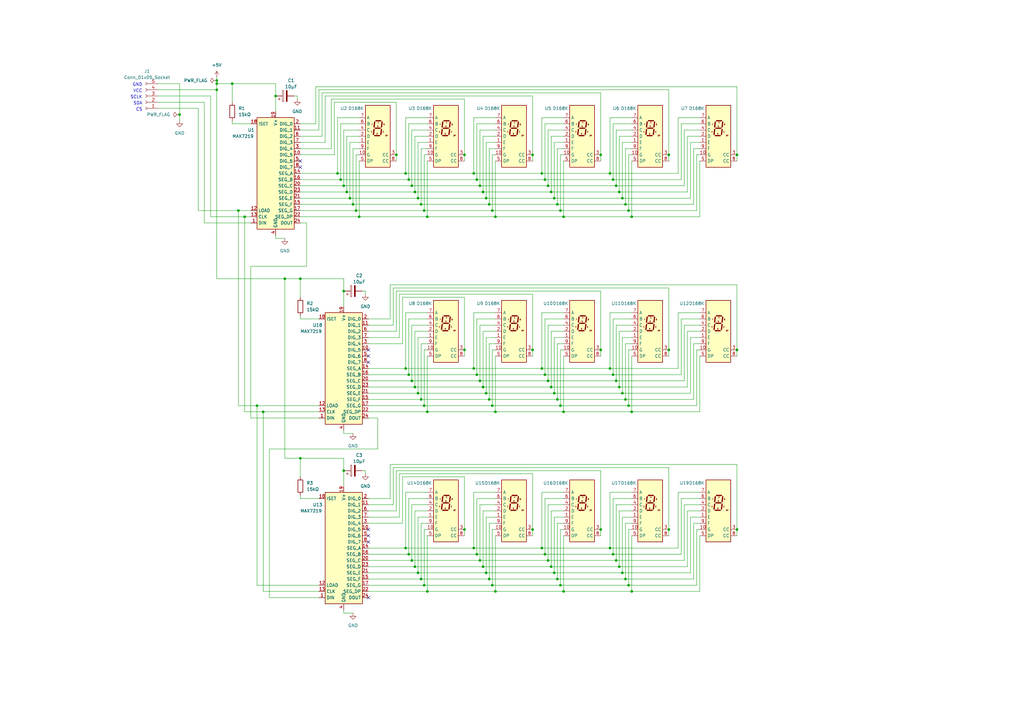
<source format=kicad_sch>
(kicad_sch (version 20230121) (generator eeschema)
  (paper "A3")
  (title_block (title "HTP!m CONTROL Numericals") (date "2023-10-08") (rev "1") (company "shawnd.xyz") (comment 2 "all the 7-segment displays and their data.") (comment 3 "The HTP!m CONTROL Numericals is a section of the HTP!m CONTROL display that handles"))
  (lib_symbols
    (symbol "Connector:Conn_01x05_Socket" (pin_names (offset 1.016) hide)
      (property "Reference" "J" (at 0 7.62 0))
      (property "Value" "Conn_01x05_Socket" (at 0 -7.62 0))
      (symbol "Conn_01x05_Socket_1_1"
        (arc (start 0 -4.572) (mid -0.5058 -5.08) (end 0 -5.588) (stroke (width 0.1524)))
        (arc (start 0 -2.032) (mid -0.5058 -2.54) (end 0 -3.048) (stroke (width 0.1524)))
        (polyline (pts (xy -1.27 -5.08) (xy -0.508 -5.08)) (stroke (width 0.1524)))
        (polyline (pts (xy -1.27 -2.54) (xy -0.508 -2.54)) (stroke (width 0.1524)))
        (polyline (pts (xy -1.27 0) (xy -0.508 0)) (stroke (width 0.1524)))
        (polyline (pts (xy -1.27 2.54) (xy -0.508 2.54)) (stroke (width 0.1524)))
        (polyline (pts (xy -1.27 5.08) (xy -0.508 5.08)) (stroke (width 0.1524)))
        (arc (start 0 0.508) (mid -0.5058 0) (end 0 -0.508) (stroke (width 0.1524)))
        (arc (start 0 3.048) (mid -0.5058 2.54) (end 0 2.032) (stroke (width 0.1524)))
        (arc (start 0 5.588) (mid -0.5058 5.08) (end 0 4.572) (stroke (width 0.1524)))
        (pin passive line (at -5.08 5.08 0) (length 3.81) (name "Pin_1") (number "1"))
        (pin passive line (at -5.08 2.54 0) (length 3.81) (name "Pin_2") (number "2"))
        (pin passive line (at -5.08 0 0) (length 3.81) (name "Pin_3") (number "3"))
        (pin passive line (at -5.08 -2.54 0) (length 3.81) (name "Pin_4") (number "4"))
        (pin passive line (at -5.08 -5.08 0) (length 3.81) (name "Pin_5") (number "5"))
      )
    )
    (symbol "Device:C_Polarized" (pin_numbers hide) (pin_names (offset 0.254))
      (property "Reference" "C" (at 0.635 2.54 0))
      (property "Value" "C_Polarized" (at 0.635 -2.54 0))
      (symbol "C_Polarized_0_1"
        (rectangle (start -2.286 0.508) (end 2.286 1.016))
        (polyline (pts (xy -1.778 2.286) (xy -0.762 2.286)))
        (polyline (pts (xy -1.27 2.794) (xy -1.27 1.778)))
        (rectangle (start 2.286 -0.508) (end -2.286 -1.016) (fill (type outline)))
      )
      (symbol "C_Polarized_1_1"
        (pin passive line (at 0 3.81 270) (length 2.794) (name "~") (number "1"))
        (pin passive line (at 0 -3.81 90) (length 2.794) (name "~") (number "2"))
      )
    )
    (symbol "Device:R" (pin_numbers hide) (pin_names (offset 0))
      (property "Reference" "R" (at 2.032 0 90))
      (property "Value" "R" (at 0 0 90))
      (symbol "R_0_1"
        (rectangle (start -1.016 -2.54) (end 1.016 2.54) (stroke (width 0.254)))
      )
      (symbol "R_1_1"
        (pin passive line (at 0 3.81 270) (length 1.27) (name "~") (number "1"))
        (pin passive line (at 0 -3.81 90) (length 1.27) (name "~") (number "2"))
      )
    )
    (symbol "Display_Character:D168K"
      (property "Reference" "U" (at -2.54 13.97 0))
      (property "Value" "D168K" (at 1.27 13.97 0))
      (symbol "D168K_0_0"
        (text "A" (at 0.254 5.588 0) (effects (font (size 0.508 0.508))))
        (text "B" (at 2.54 4.826 0) (effects (font (size 0.508 0.508))))
        (text "C" (at 2.286 1.778 0) (effects (font (size 0.508 0.508))))
        (text "D" (at -0.254 1.016 0) (effects (font (size 0.508 0.508))))
        (text "DP" (at 3.556 0.254 0) (effects (font (size 0.508 0.508))))
        (text "E" (at -2.54 1.778 0) (effects (font (size 0.508 0.508))))
        (text "F" (at -2.286 4.826 0) (effects (font (size 0.508 0.508))))
        (text "G" (at 0 4.064 0) (effects (font (size 0.508 0.508))))
      )
      (symbol "D168K_0_1"
        (rectangle (start -5.08 12.7) (end 5.08 -12.7) (stroke (width 0.254)) (fill (type background)))
        (polyline (pts (xy -1.524 2.794) (xy -1.778 0.762)) (stroke (width 0.508)))
        (polyline (pts (xy -1.27 0.254) (xy 0.762 0.254)) (stroke (width 0.508)))
        (polyline (pts (xy -1.27 5.842) (xy -1.524 3.81)) (stroke (width 0.508)))
        (polyline (pts (xy -1.016 3.302) (xy 1.016 3.302)) (stroke (width 0.508)))
        (polyline (pts (xy -0.762 6.35) (xy 1.27 6.35)) (stroke (width 0.508)))
        (polyline (pts (xy 1.524 2.794) (xy 1.27 0.762)) (stroke (width 0.508)))
        (polyline (pts (xy 1.778 5.842) (xy 1.524 3.81)) (stroke (width 0.508)))
        (polyline (pts (xy 2.54 0.254) (xy 2.54 0.254)) (stroke (width 0.508)))
      )
      (symbol "D168K_1_1"
        (pin input line (at -7.62 -2.54 0) (length 2.54) (name "E") (number "1"))
        (pin input line (at -7.62 -7.62 0) (length 2.54) (name "G") (number "10"))
        (pin input line (at -7.62 0 0) (length 2.54) (name "D") (number "2"))
        (pin input line (at 7.62 -7.62 180) (length 2.54) (name "CC") (number "3"))
        (pin input line (at -7.62 2.54 0) (length 2.54) (name "C") (number "4"))
        (pin input line (at -7.62 -10.16 0) (length 2.54) (name "DP") (number "5"))
        (pin input line (at -7.62 5.08 0) (length 2.54) (name "B") (number "6"))
        (pin input line (at -7.62 7.62 0) (length 2.54) (name "A") (number "7"))
        (pin input line (at 7.62 -10.16 180) (length 2.54) (name "CC") (number "8"))
        (pin input line (at -7.62 -5.08 0) (length 2.54) (name "F") (number "9"))
      )
    )
    (symbol "Driver_LED:MAX7219"
      (property "Reference" "U1" (at 2.1941 27.94 0))
      (property "Value" "MAX7219" (at 2.1941 25.4 0))
      (symbol "MAX7219_0_1"
        (rectangle (start -7.62 22.86) (end 7.62 -22.86) (stroke (width 0.254)) (fill (type background)))
      )
      (symbol "MAX7219_1_1"
        (pin input line (at -10.16 -20.32 0) (length 2.54) (name "DIN") (number "1"))
        (pin output line (at 10.16 7.62 180) (length 2.54) (name "DIG_5") (number "10"))
        (pin output line (at 10.16 17.78 180) (length 2.54) (name "DIG_1") (number "11"))
        (pin input line (at -10.16 -15.24 0) (length 2.54) (name "LOAD") (number "12"))
        (pin input line (at -10.16 -17.78 0) (length 2.54) (name "CLK") (number "13"))
        (pin output line (at 10.16 0 180) (length 2.54) (name "SEG_A") (number "14"))
        (pin output line (at 10.16 -12.7 180) (length 2.54) (name "SEG_F") (number "15"))
        (pin output line (at 10.16 -2.54 180) (length 2.54) (name "SEG_B") (number "16"))
        (pin output line (at 10.16 -15.24 180) (length 2.54) (name "SEG_G") (number "17"))
        (pin input line (at -10.16 20.32 0) (length 2.54) (name "ISET") (number "18"))
        (pin power_in line (at 0 25.4 270) (length 2.54) (name "V+") (number "19"))
        (pin output line (at 10.16 20.32 180) (length 2.54) (name "DIG_0") (number "2"))
        (pin output line (at 10.16 -5.08 180) (length 2.54) (name "SEG_C") (number "20"))
        (pin output line (at 10.16 -10.16 180) (length 2.54) (name "SEG_E") (number "21"))
        (pin output line (at 10.16 -17.78 180) (length 2.54) (name "SEG_DP") (number "22"))
        (pin output line (at 10.16 -7.62 180) (length 2.54) (name "SEG_D") (number "23"))
        (pin output line (at 10.16 -20.32 180) (length 2.54) (name "DOUT") (number "24"))
        (pin output line (at 10.16 10.16 180) (length 2.54) (name "DIG_4") (number "3"))
        (pin power_in line (at 0 -25.4 90) (length 2.54) (name "GND") (number "4"))
        (pin output line (at 10.16 5.08 180) (length 2.54) (name "DIG_6") (number "5"))
        (pin output line (at 10.16 15.24 180) (length 2.54) (name "DIG_2") (number "6"))
        (pin output line (at 10.16 12.7 180) (length 2.54) (name "DIG_3") (number "7"))
        (pin output line (at 10.16 2.54 180) (length 2.54) (name "DIG_7") (number "8"))
        (pin passive line (at 0 -25.4 90) (length 2.54) hide (name "GND") (number "9"))
      )
    )
    (symbol "power:+5V" (power) (pin_names (offset 0))
      (property "Value" "+5V" (at 0 3.556 0))
      (symbol "+5V_0_1"
        (polyline (pts (xy -0.762 1.27) (xy 0 2.54)))
        (polyline (pts (xy 0 0) (xy 0 2.54)))
        (polyline (pts (xy 0 2.54) (xy 0.762 1.27)))
      )
      (symbol "+5V_1_1"
        (pin power_in line (at 0 0 90) (length 0) hide (name "+5V") (number "1"))
      )
    )
    (symbol "power:GND" (power) (pin_names (offset 0))
      (property "Value" "GND" (at 0 -3.81 0))
      (symbol "GND_0_1"
        (polyline (pts (xy 0 0) (xy 0 -1.27) (xy 1.27 -1.27) (xy 0 -2.54) (xy -1.27 -1.27) (xy 0 -1.27)))
      )
      (symbol "GND_1_1"
        (pin power_in line (at 0 0 270) (length 0) hide (name "GND") (number "1"))
      )
    )
    (symbol "power:PWR_FLAG" (power) (pin_numbers hide) (pin_names (offset 0) hide)
      (property "Value" "PWR_FLAG" (at 0 3.81 0))
      (symbol "PWR_FLAG_0_0"
        (pin power_out line (at 0 0 90) (length 0) (name "pwr") (number "1"))
      )
      (symbol "PWR_FLAG_0_1"
        (polyline (pts (xy 0 0) (xy 0 1.27) (xy -1.016 1.905) (xy 0 2.54) (xy 1.016 1.905) (xy 0 1.27)))
      )
    )
  )
  (junction (at 195.58 73.66))
  (junction (at 167.64 227.33))
  (junction (at 231.14 168.91))
  (junction (at 228.6 237.49))
  (junction (at 274.32 217.17))
  (junction (at 257.81 166.37))
  (junction (at 140.97 119.38))
  (junction (at 259.08 242.57))
  (junction (at 175.26 168.91))
  (junction (at 224.79 76.2))
  (junction (at 105.41 166.37))
  (junction (at 250.19 71.12))
  (junction (at 107.95 168.91))
  (junction (at 250.19 151.13))
  (junction (at 194.31 71.12))
  (junction (at 199.39 234.95))
  (junction (at 113.03 39.37))
  (junction (at 172.72 163.83))
  (junction (at 203.2 88.9))
  (junction (at 116.84 114.3))
  (junction (at 168.91 156.21))
  (junction (at 171.45 234.95))
  (junction (at 140.97 193.04))
  (junction (at 259.08 168.91))
  (junction (at 139.7 73.66))
  (junction (at 229.87 240.03))
  (junction (at 196.85 156.21))
  (junction (at 123.19 114.3))
  (junction (at 143.51 81.28))
  (junction (at 259.08 88.9))
  (junction (at 229.87 166.37))
  (junction (at 173.99 240.03))
  (junction (at 173.99 166.37))
  (junction (at 203.2 168.91))
  (junction (at 147.32 88.9))
  (junction (at 224.79 156.21))
  (junction (at 228.6 83.82))
  (junction (at 224.79 229.87))
  (junction (at 257.81 240.03))
  (junction (at 203.2 242.57))
  (junction (at 166.37 151.13))
  (junction (at 168.91 229.87))
  (junction (at 198.12 232.41))
  (junction (at 231.14 242.57))
  (junction (at 227.33 161.29))
  (junction (at 252.73 229.87))
  (junction (at 199.39 81.28))
  (junction (at 226.06 158.75))
  (junction (at 198.12 78.74))
  (junction (at 88.9 34.29))
  (junction (at 140.97 76.2))
  (junction (at 123.19 187.96))
  (junction (at 167.64 73.66))
  (junction (at 138.43 71.12))
  (junction (at 223.52 153.67))
  (junction (at 251.46 227.33))
  (junction (at 173.99 86.36))
  (junction (at 256.54 163.83))
  (junction (at 274.32 143.51))
  (junction (at 190.5 217.17))
  (junction (at 190.5 63.5))
  (junction (at 222.25 151.13))
  (junction (at 251.46 73.66))
  (junction (at 222.25 224.79))
  (junction (at 190.5 143.51))
  (junction (at 195.58 227.33))
  (junction (at 200.66 237.49))
  (junction (at 255.27 234.95))
  (junction (at 218.44 63.5))
  (junction (at 254 78.74))
  (junction (at 223.52 227.33))
  (junction (at 252.73 156.21))
  (junction (at 250.19 224.79))
  (junction (at 168.91 76.2))
  (junction (at 201.93 166.37))
  (junction (at 100.33 88.9))
  (junction (at 88.9 33.02))
  (junction (at 172.72 237.49))
  (junction (at 171.45 161.29))
  (junction (at 73.66 46.99))
  (junction (at 201.93 86.36))
  (junction (at 142.24 78.74))
  (junction (at 195.58 153.67))
  (junction (at 274.32 63.5))
  (junction (at 171.45 81.28))
  (junction (at 175.26 88.9))
  (junction (at 199.39 161.29))
  (junction (at 251.46 153.67))
  (junction (at 166.37 71.12))
  (junction (at 97.79 86.36))
  (junction (at 218.44 217.17))
  (junction (at 172.72 83.82))
  (junction (at 302.26 217.17))
  (junction (at 226.06 232.41))
  (junction (at 170.18 232.41))
  (junction (at 162.56 63.5))
  (junction (at 231.14 88.9))
  (junction (at 254 232.41))
  (junction (at 167.64 153.67))
  (junction (at 166.37 224.79))
  (junction (at 228.6 163.83))
  (junction (at 146.05 86.36))
  (junction (at 222.25 71.12))
  (junction (at 229.87 86.36))
  (junction (at 196.85 76.2))
  (junction (at 194.31 224.79))
  (junction (at 196.85 229.87))
  (junction (at 256.54 83.82))
  (junction (at 255.27 161.29))
  (junction (at 255.27 81.28))
  (junction (at 170.18 158.75))
  (junction (at 227.33 234.95))
  (junction (at 246.38 63.5))
  (junction (at 246.38 143.51))
  (junction (at 88.9 36.83))
  (junction (at 252.73 76.2))
  (junction (at 200.66 163.83))
  (junction (at 198.12 158.75))
  (junction (at 226.06 78.74))
  (junction (at 227.33 81.28))
  (junction (at 302.26 143.51))
  (junction (at 218.44 143.51))
  (junction (at 95.25 34.29))
  (junction (at 256.54 237.49))
  (junction (at 175.26 242.57))
  (junction (at 223.52 73.66))
  (junction (at 201.93 240.03))
  (junction (at 144.78 83.82))
  (junction (at 257.81 86.36))
  (junction (at 254 158.75))
  (junction (at 194.31 151.13))
  (junction (at 200.66 83.82))
  (junction (at 302.26 63.5))
  (junction (at 170.18 78.74))
  (junction (at 246.38 217.17))
  (no_connect (at 151.13 217.17))
  (no_connect (at 123.19 66.04))
  (no_connect (at 151.13 146.05))
  (no_connect (at 123.19 68.58))
  (no_connect (at 151.13 222.25))
  (no_connect (at 151.13 219.71))
  (no_connect (at 151.13 143.51))
  (no_connect (at 151.13 148.59))
  (no_connect (at 151.13 245.11))
  (wire (pts (xy 250.19 71.12) (xy 222.25 71.12)))
  (wire (pts (xy 165.1 195.58) (xy 165.1 214.63)))
  (wire (pts (xy 287.02 63.5) (xy 285.75 63.5)))
  (wire (pts (xy 149.86 119.38) (xy 149.86 120.65)))
  (wire (pts (xy 250.19 224.79) (xy 222.25 224.79)))
  (wire (pts (xy 228.6 237.49) (xy 200.66 237.49)))
  (wire (pts (xy 302.26 143.51) (xy 302.26 116.84)))
  (wire (pts (xy 203.2 204.47) (xy 195.58 204.47)))
  (wire (pts (xy 140.97 76.2) (xy 123.19 76.2)))
  (wire (pts (xy 167.64 153.67) (xy 151.13 153.67)))
  (wire (pts (xy 218.44 146.05) (xy 218.44 143.51)))
  (wire (pts (xy 175.26 168.91) (xy 151.13 168.91)))
  (wire (pts (xy 254 232.41) (xy 281.94 232.41)))
  (wire (pts (xy 222.25 128.27) (xy 222.25 151.13)))
  (wire (pts (xy 229.87 86.36) (xy 201.93 86.36)))
  (wire (pts (xy 201.93 86.36) (xy 173.99 86.36)))
  (wire (pts (xy 278.13 128.27) (xy 278.13 151.13)))
  (wire (pts (xy 163.83 138.43) (xy 151.13 138.43)))
  (wire (pts (xy 224.79 53.34) (xy 224.79 76.2)))
  (wire (pts (xy 231.14 217.17) (xy 229.87 217.17)))
  (wire (pts (xy 231.14 88.9) (xy 203.2 88.9)))
  (wire (pts (xy 95.25 50.8) (xy 102.87 50.8)))
  (wire (pts (xy 160.02 116.84) (xy 160.02 130.81)))
  (wire (pts (xy 97.79 166.37) (xy 105.41 166.37)))
  (wire (pts (xy 231.14 140.97) (xy 228.6 140.97)))
  (wire (pts (xy 250.19 151.13) (xy 222.25 151.13)))
  (wire (pts (xy 148.59 119.38) (xy 149.86 119.38)))
  (wire (pts (xy 203.2 212.09) (xy 199.39 212.09)))
  (wire (pts (xy 125.73 109.22) (xy 102.87 109.22)))
  (wire (pts (xy 95.25 34.29) (xy 95.25 41.91)))
  (wire (pts (xy 254 209.55) (xy 254 232.41)))
  (wire (pts (xy 161.29 207.01) (xy 151.13 207.01)))
  (wire (pts (xy 175.26 146.05) (xy 175.26 168.91)))
  (wire (pts (xy 175.26 219.71) (xy 175.26 242.57)))
  (wire (pts (xy 278.13 201.93) (xy 278.13 224.79)))
  (wire (pts (xy 171.45 58.42) (xy 171.45 81.28)))
  (wire (pts (xy 160.02 204.47) (xy 151.13 204.47)))
  (wire (pts (xy 100.33 168.91) (xy 107.95 168.91)))
  (wire (pts (xy 281.94 135.89) (xy 281.94 158.75)))
  (wire (pts (xy 196.85 207.01) (xy 196.85 229.87)))
  (wire (pts (xy 120.65 39.37) (xy 121.92 39.37)))
  (wire (pts (xy 135.89 40.64) (xy 135.89 60.96)))
  (wire (pts (xy 256.54 60.96) (xy 256.54 83.82)))
  (wire (pts (xy 246.38 143.51) (xy 246.38 119.38)))
  (wire (pts (xy 231.14 53.34) (xy 224.79 53.34)))
  (wire (pts (xy 284.48 214.63) (xy 284.48 237.49)))
  (wire (pts (xy 140.97 199.39) (xy 140.97 193.04)))
  (wire (pts (xy 224.79 133.35) (xy 224.79 156.21)))
  (wire (pts (xy 254 135.89) (xy 254 158.75)))
  (wire (pts (xy 222.25 201.93) (xy 222.25 224.79)))
  (wire (pts (xy 259.08 133.35) (xy 252.73 133.35)))
  (wire (pts (xy 255.27 234.95) (xy 227.33 234.95)))
  (wire (pts (xy 259.08 130.81) (xy 251.46 130.81)))
  (wire (pts (xy 224.79 76.2) (xy 196.85 76.2)))
  (wire (pts (xy 274.32 217.17) (xy 274.32 191.77)))
  (wire (pts (xy 274.32 118.11) (xy 161.29 118.11)))
  (wire (pts (xy 284.48 163.83) (xy 256.54 163.83)))
  (wire (pts (xy 190.5 63.5) (xy 190.5 66.04)))
  (wire (pts (xy 231.14 201.93) (xy 222.25 201.93)))
  (wire (pts (xy 148.59 193.04) (xy 149.86 193.04)))
  (wire (pts (xy 199.39 81.28) (xy 171.45 81.28)))
  (wire (pts (xy 259.08 214.63) (xy 256.54 214.63)))
  (wire (pts (xy 259.08 128.27) (xy 250.19 128.27)))
  (wire (pts (xy 227.33 138.43) (xy 227.33 161.29)))
  (wire (pts (xy 227.33 234.95) (xy 199.39 234.95)))
  (wire (pts (xy 147.32 60.96) (xy 144.78 60.96)))
  (wire (pts (xy 194.31 48.26) (xy 194.31 71.12)))
  (wire (pts (xy 110.49 184.15) (xy 154.94 184.15)))
  (wire (pts (xy 86.36 39.37) (xy 86.36 88.9)))
  (wire (pts (xy 64.77 44.45) (xy 81.28 44.45)))
  (wire (pts (xy 102.87 109.22) (xy 102.87 171.45)))
  (wire (pts (xy 228.6 140.97) (xy 228.6 163.83)))
  (wire (pts (xy 281.94 209.55) (xy 281.94 232.41)))
  (wire (pts (xy 251.46 153.67) (xy 223.52 153.67)))
  (wire (pts (xy 223.52 50.8) (xy 223.52 73.66)))
  (wire (pts (xy 259.08 146.05) (xy 259.08 168.91)))
  (wire (pts (xy 175.26 50.8) (xy 167.64 50.8)))
  (wire (pts (xy 246.38 217.17) (xy 246.38 193.04)))
  (wire (pts (xy 224.79 229.87) (xy 196.85 229.87)))
  (wire (pts (xy 283.21 212.09) (xy 283.21 234.95)))
  (wire (pts (xy 175.26 214.63) (xy 172.72 214.63)))
  (wire (pts (xy 144.78 177.8) (xy 140.97 177.8)))
  (wire (pts (xy 203.2 60.96) (xy 200.66 60.96)))
  (wire (pts (xy 162.56 63.5) (xy 162.56 66.04)))
  (wire (pts (xy 129.54 50.8) (xy 123.19 50.8)))
  (wire (pts (xy 203.2 128.27) (xy 194.31 128.27)))
  (wire (pts (xy 175.26 140.97) (xy 172.72 140.97)))
  (wire (pts (xy 166.37 224.79) (xy 151.13 224.79)))
  (wire (pts (xy 278.13 71.12) (xy 250.19 71.12)))
  (wire (pts (xy 199.39 58.42) (xy 199.39 81.28)))
  (wire (pts (xy 231.14 209.55) (xy 226.06 209.55)))
  (wire (pts (xy 287.02 128.27) (xy 278.13 128.27)))
  (wire (pts (xy 227.33 58.42) (xy 227.33 81.28)))
  (wire (pts (xy 172.72 237.49) (xy 151.13 237.49)))
  (wire (pts (xy 257.81 63.5) (xy 257.81 86.36)))
  (wire (pts (xy 227.33 81.28) (xy 199.39 81.28)))
  (wire (pts (xy 302.26 63.5) (xy 302.26 35.56)))
  (wire (pts (xy 229.87 240.03) (xy 201.93 240.03)))
  (wire (pts (xy 287.02 66.04) (xy 287.02 88.9)))
  (wire (pts (xy 88.9 31.75) (xy 88.9 33.02)))
  (wire (pts (xy 116.84 114.3) (xy 123.19 114.3)))
  (wire (pts (xy 162.56 209.55) (xy 151.13 209.55)))
  (wire (pts (xy 256.54 140.97) (xy 256.54 163.83)))
  (wire (pts (xy 175.26 217.17) (xy 173.99 217.17)))
  (wire (pts (xy 140.97 119.38) (xy 140.97 114.3)))
  (wire (pts (xy 113.03 39.37) (xy 113.03 34.29)))
  (wire (pts (xy 203.2 135.89) (xy 198.12 135.89)))
  (wire (pts (xy 64.77 36.83) (xy 88.9 36.83)))
  (wire (pts (xy 284.48 83.82) (xy 256.54 83.82)))
  (wire (pts (xy 123.19 203.2) (xy 123.19 204.47)))
  (wire (pts (xy 163.83 212.09) (xy 151.13 212.09)))
  (wire (pts (xy 161.29 191.77) (xy 161.29 207.01)))
  (wire (pts (xy 116.84 97.79) (xy 113.03 97.79)))
  (wire (pts (xy 173.99 86.36) (xy 146.05 86.36)))
  (wire (pts (xy 287.02 214.63) (xy 284.48 214.63)))
  (wire (pts (xy 163.83 120.65) (xy 163.83 138.43)))
  (wire (pts (xy 146.05 63.5) (xy 146.05 86.36)))
  (wire (pts (xy 254 158.75) (xy 281.94 158.75)))
  (wire (pts (xy 172.72 163.83) (xy 151.13 163.83)))
  (wire (pts (xy 223.52 204.47) (xy 223.52 227.33)))
  (wire (pts (xy 175.26 138.43) (xy 171.45 138.43)))
  (wire (pts (xy 95.25 49.53) (xy 95.25 50.8)))
  (wire (pts (xy 257.81 86.36) (xy 229.87 86.36)))
  (wire (pts (xy 274.32 63.5) (xy 274.32 36.83)))
  (wire (pts (xy 259.08 143.51) (xy 257.81 143.51)))
  (wire (pts (xy 172.72 83.82) (xy 144.78 83.82)))
  (wire (pts (xy 64.77 39.37) (xy 86.36 39.37)))
  (wire (pts (xy 287.02 135.89) (xy 281.94 135.89)))
  (wire (pts (xy 147.32 58.42) (xy 143.51 58.42)))
  (wire (pts (xy 162.56 41.91) (xy 137.16 41.91)))
  (wire (pts (xy 162.56 119.38) (xy 162.56 135.89)))
  (wire (pts (xy 222.25 48.26) (xy 222.25 71.12)))
  (wire (pts (xy 218.44 63.5) (xy 218.44 66.04)))
  (wire (pts (xy 199.39 161.29) (xy 171.45 161.29)))
  (wire (pts (xy 287.02 138.43) (xy 283.21 138.43)))
  (wire (pts (xy 259.08 55.88) (xy 254 55.88)))
  (wire (pts (xy 102.87 171.45) (xy 130.81 171.45)))
  (wire (pts (xy 231.14 63.5) (xy 229.87 63.5)))
  (wire (pts (xy 116.84 187.96) (xy 123.19 187.96)))
  (wire (pts (xy 167.64 204.47) (xy 167.64 227.33)))
  (wire (pts (xy 64.77 41.91) (xy 83.82 41.91)))
  (wire (pts (xy 137.16 41.91) (xy 137.16 63.5)))
  (wire (pts (xy 274.32 36.83) (xy 130.81 36.83)))
  (wire (pts (xy 251.46 73.66) (xy 279.4 73.66)))
  (wire (pts (xy 256.54 214.63) (xy 256.54 237.49)))
  (wire (pts (xy 280.67 156.21) (xy 252.73 156.21)))
  (wire (pts (xy 226.06 158.75) (xy 254 158.75)))
  (wire (pts (xy 190.5 217.17) (xy 190.5 195.58)))
  (wire (pts (xy 123.19 129.54) (xy 123.19 130.81)))
  (wire (pts (xy 97.79 86.36) (xy 97.79 166.37)))
  (wire (pts (xy 113.03 45.72) (xy 113.03 39.37)))
  (wire (pts (xy 252.73 76.2) (xy 224.79 76.2)))
  (wire (pts (xy 175.26 143.51) (xy 173.99 143.51)))
  (wire (pts (xy 287.02 201.93) (xy 278.13 201.93)))
  (wire (pts (xy 200.66 140.97) (xy 200.66 163.83)))
  (wire (pts (xy 195.58 130.81) (xy 195.58 153.67)))
  (wire (pts (xy 231.14 212.09) (xy 227.33 212.09)))
  (wire (pts (xy 88.9 34.29) (xy 88.9 36.83)))
  (wire (pts (xy 287.02 88.9) (xy 259.08 88.9)))
  (wire (pts (xy 259.08 217.17) (xy 257.81 217.17)))
  (wire (pts (xy 121.92 39.37) (xy 121.92 40.64)))
  (wire (pts (xy 203.2 219.71) (xy 203.2 242.57)))
  (wire (pts (xy 168.91 76.2) (xy 140.97 76.2)))
  (wire (pts (xy 255.27 212.09) (xy 255.27 234.95)))
  (wire (pts (xy 226.06 232.41) (xy 254 232.41)))
  (wire (pts (xy 281.94 55.88) (xy 281.94 78.74)))
  (wire (pts (xy 195.58 204.47) (xy 195.58 227.33)))
  (wire (pts (xy 218.44 63.5) (xy 218.44 39.37)))
  (wire (pts (xy 166.37 201.93) (xy 166.37 224.79)))
  (wire (pts (xy 175.26 204.47) (xy 167.64 204.47)))
  (wire (pts (xy 107.95 168.91) (xy 130.81 168.91)))
  (wire (pts (xy 203.2 168.91) (xy 175.26 168.91)))
  (wire (pts (xy 130.81 245.11) (xy 110.49 245.11)))
  (wire (pts (xy 167.64 50.8) (xy 167.64 73.66)))
  (wire (pts (xy 198.12 209.55) (xy 198.12 232.41)))
  (wire (pts (xy 175.26 55.88) (xy 170.18 55.88)))
  (wire (pts (xy 162.56 193.04) (xy 162.56 209.55)))
  (wire (pts (xy 170.18 135.89) (xy 170.18 158.75)))
  (wire (pts (xy 231.14 66.04) (xy 231.14 88.9)))
  (wire (pts (xy 199.39 212.09) (xy 199.39 234.95)))
  (wire (pts (xy 280.67 53.34) (xy 280.67 76.2)))
  (wire (pts (xy 287.02 212.09) (xy 283.21 212.09)))
  (wire (pts (xy 274.32 146.05) (xy 274.32 143.51)))
  (wire (pts (xy 140.97 251.46) (xy 140.97 250.19)))
  (wire (pts (xy 147.32 88.9) (xy 123.19 88.9)))
  (wire (pts (xy 168.91 156.21) (xy 151.13 156.21)))
  (wire (pts (xy 154.94 171.45) (xy 151.13 171.45)))
  (wire (pts (xy 203.2 130.81) (xy 195.58 130.81)))
  (wire (pts (xy 279.4 153.67) (xy 251.46 153.67)))
  (wire (pts (xy 227.33 212.09) (xy 227.33 234.95)))
  (wire (pts (xy 285.75 240.03) (xy 257.81 240.03)))
  (wire (pts (xy 144.78 251.46) (xy 140.97 251.46)))
  (wire (pts (xy 165.1 140.97) (xy 151.13 140.97)))
  (wire (pts (xy 170.18 209.55) (xy 170.18 232.41)))
  (wire (pts (xy 229.87 143.51) (xy 229.87 166.37)))
  (wire (pts (xy 123.19 114.3) (xy 123.19 121.92)))
  (wire (pts (xy 175.26 88.9) (xy 147.32 88.9)))
  (wire (pts (xy 226.06 135.89) (xy 226.06 158.75)))
  (wire (pts (xy 284.48 237.49) (xy 256.54 237.49)))
  (wire (pts (xy 173.99 143.51) (xy 173.99 166.37)))
  (wire (pts (xy 161.29 133.35) (xy 151.13 133.35)))
  (wire (pts (xy 165.1 121.92) (xy 165.1 140.97)))
  (wire (pts (xy 259.08 212.09) (xy 255.27 212.09)))
  (wire (pts (xy 229.87 166.37) (xy 201.93 166.37)))
  (wire (pts (xy 285.75 86.36) (xy 257.81 86.36)))
  (wire (pts (xy 173.99 63.5) (xy 173.99 86.36)))
  (wire (pts (xy 170.18 78.74) (xy 142.24 78.74)))
  (wire (pts (xy 218.44 39.37) (xy 133.35 39.37)))
  (wire (pts (xy 287.02 60.96) (xy 284.48 60.96)))
  (wire (pts (xy 259.08 135.89) (xy 254 135.89)))
  (wire (pts (xy 280.67 229.87) (xy 252.73 229.87)))
  (wire (pts (xy 223.52 73.66) (xy 251.46 73.66)))
  (wire (pts (xy 285.75 143.51) (xy 285.75 166.37)))
  (wire (pts (xy 81.28 86.36) (xy 97.79 86.36)))
  (wire (pts (xy 171.45 212.09) (xy 171.45 234.95)))
  (wire (pts (xy 203.2 133.35) (xy 196.85 133.35)))
  (wire (pts (xy 196.85 76.2) (xy 168.91 76.2)))
  (wire (pts (xy 283.21 138.43) (xy 283.21 161.29)))
  (wire (pts (xy 175.26 212.09) (xy 171.45 212.09)))
  (wire (pts (xy 175.26 207.01) (xy 168.91 207.01)))
  (wire (pts (xy 190.5 63.5) (xy 190.5 40.64)))
  (wire (pts (xy 133.35 58.42) (xy 123.19 58.42)))
  (wire (pts (xy 168.91 229.87) (xy 151.13 229.87)))
  (wire (pts (xy 200.66 60.96) (xy 200.66 83.82)))
  (wire (pts (xy 218.44 143.51) (xy 218.44 120.65)))
  (wire (pts (xy 196.85 156.21) (xy 168.91 156.21)))
  (wire (pts (xy 175.26 133.35) (xy 168.91 133.35)))
  (wire (pts (xy 166.37 71.12) (xy 138.43 71.12)))
  (wire (pts (xy 167.64 227.33) (xy 151.13 227.33)))
  (wire (pts (xy 175.26 209.55) (xy 170.18 209.55)))
  (wire (pts (xy 257.81 217.17) (xy 257.81 240.03)))
  (wire (pts (xy 143.51 58.42) (xy 143.51 81.28)))
  (wire (pts (xy 287.02 53.34) (xy 280.67 53.34)))
  (wire (pts (xy 302.26 146.05) (xy 302.26 143.51)))
  (wire (pts (xy 222.25 71.12) (xy 194.31 71.12)))
  (wire (pts (xy 147.32 63.5) (xy 146.05 63.5)))
  (wire (pts (xy 196.85 53.34) (xy 196.85 76.2)))
  (wire (pts (xy 198.12 55.88) (xy 198.12 78.74)))
  (wire (pts (xy 140.97 177.8) (xy 140.97 176.53)))
  (wire (pts (xy 175.26 66.04) (xy 175.26 88.9)))
  (wire (pts (xy 147.32 66.04) (xy 147.32 88.9)))
  (wire (pts (xy 86.36 88.9) (xy 100.33 88.9)))
  (wire (pts (xy 274.32 219.71) (xy 274.32 217.17)))
  (wire (pts (xy 105.41 166.37) (xy 105.41 240.03)))
  (wire (pts (xy 287.02 133.35) (xy 280.67 133.35)))
  (wire (pts (xy 132.08 55.88) (xy 123.19 55.88)))
  (wire (pts (xy 203.2 140.97) (xy 200.66 140.97)))
  (wire (pts (xy 255.27 138.43) (xy 255.27 161.29)))
  (wire (pts (xy 105.41 166.37) (xy 130.81 166.37)))
  (wire (pts (xy 201.93 217.17) (xy 201.93 240.03)))
  (wire (pts (xy 203.2 63.5) (xy 201.93 63.5)))
  (wire (pts (xy 147.32 48.26) (xy 138.43 48.26)))
  (wire (pts (xy 252.73 229.87) (xy 224.79 229.87)))
  (wire (pts (xy 171.45 138.43) (xy 171.45 161.29)))
  (wire (pts (xy 173.99 217.17) (xy 173.99 240.03)))
  (wire (pts (xy 287.02 50.8) (xy 279.4 50.8)))
  (wire (pts (xy 200.66 163.83) (xy 172.72 163.83)))
  (wire (pts (xy 162.56 135.89) (xy 151.13 135.89)))
  (wire (pts (xy 171.45 234.95) (xy 151.13 234.95)))
  (wire (pts (xy 231.14 168.91) (xy 203.2 168.91)))
  (wire (pts (xy 287.02 242.57) (xy 259.08 242.57)))
  (wire (pts (xy 175.26 63.5) (xy 173.99 63.5)))
  (wire (pts (xy 173.99 166.37) (xy 151.13 166.37)))
  (wire (pts (xy 140.97 187.96) (xy 123.19 187.96)))
  (wire (pts (xy 107.95 242.57) (xy 107.95 168.91)))
  (wire (pts (xy 231.14 143.51) (xy 229.87 143.51)))
  (wire (pts (xy 175.26 130.81) (xy 167.64 130.81)))
  (wire (pts (xy 252.73 53.34) (xy 252.73 76.2)))
  (wire (pts (xy 302.26 116.84) (xy 160.02 116.84)))
  (wire (pts (xy 200.66 83.82) (xy 172.72 83.82)))
  (wire (pts (xy 123.19 187.96) (xy 123.19 195.58)))
  (wire (pts (xy 259.08 88.9) (xy 231.14 88.9)))
  (wire (pts (xy 231.14 138.43) (xy 227.33 138.43)))
  (wire (pts (xy 146.05 86.36) (xy 123.19 86.36)))
  (wire (pts (xy 259.08 60.96) (xy 256.54 60.96)))
  (wire (pts (xy 203.2 53.34) (xy 196.85 53.34)))
  (wire (pts (xy 226.06 158.75) (xy 198.12 158.75)))
  (wire (pts (xy 163.83 194.31) (xy 163.83 212.09)))
  (wire (pts (xy 252.73 207.01) (xy 252.73 229.87)))
  (wire (pts (xy 223.52 130.81) (xy 223.52 153.67)))
  (wire (pts (xy 194.31 151.13) (xy 166.37 151.13)))
  (wire (pts (xy 231.14 135.89) (xy 226.06 135.89)))
  (wire (pts (xy 274.32 191.77) (xy 161.29 191.77)))
  (wire (pts (xy 231.14 219.71) (xy 231.14 242.57)))
  (wire (pts (xy 73.66 34.29) (xy 73.66 46.99)))
  (wire (pts (xy 160.02 190.5) (xy 160.02 204.47)))
  (wire (pts (xy 231.14 128.27) (xy 222.25 128.27)))
  (wire (pts (xy 218.44 120.65) (xy 163.83 120.65)))
  (wire (pts (xy 226.06 232.41) (xy 198.12 232.41)))
  (wire (pts (xy 274.32 63.5) (xy 274.32 66.04)))
  (wire (pts (xy 259.08 63.5) (xy 257.81 63.5)))
  (wire (pts (xy 279.4 130.81) (xy 279.4 153.67)))
  (wire (pts (xy 203.2 217.17) (xy 201.93 217.17)))
  (wire (pts (xy 198.12 158.75) (xy 170.18 158.75)))
  (wire (pts (xy 175.26 60.96) (xy 172.72 60.96)))
  (wire (pts (xy 201.93 63.5) (xy 201.93 86.36)))
  (wire (pts (xy 199.39 234.95) (xy 171.45 234.95)))
  (wire (pts (xy 170.18 232.41) (xy 151.13 232.41)))
  (wire (pts (xy 88.9 36.83) (xy 88.9 114.3)))
  (wire (pts (xy 130.81 240.03) (xy 105.41 240.03)))
  (wire (pts (xy 198.12 232.41) (xy 170.18 232.41)))
  (wire (pts (xy 199.39 138.43) (xy 199.39 161.29)))
  (wire (pts (xy 285.75 63.5) (xy 285.75 86.36)))
  (wire (pts (xy 228.6 83.82) (xy 200.66 83.82)))
  (wire (pts (xy 287.02 48.26) (xy 278.13 48.26)))
  (wire (pts (xy 224.79 207.01) (xy 224.79 229.87)))
  (wire (pts (xy 130.81 53.34) (xy 123.19 53.34)))
  (wire (pts (xy 190.5 195.58) (xy 165.1 195.58)))
  (wire (pts (xy 198.12 78.74) (xy 226.06 78.74)))
  (wire (pts (xy 160.02 130.81) (xy 151.13 130.81)))
  (wire (pts (xy 259.08 50.8) (xy 251.46 50.8)))
  (wire (pts (xy 83.82 91.44) (xy 102.87 91.44)))
  (wire (pts (xy 102.87 86.36) (xy 97.79 86.36)))
  (wire (pts (xy 132.08 38.1) (xy 132.08 55.88)))
  (wire (pts (xy 287.02 130.81) (xy 279.4 130.81)))
  (wire (pts (xy 203.2 138.43) (xy 199.39 138.43)))
  (wire (pts (xy 231.14 214.63) (xy 228.6 214.63)))
  (wire (pts (xy 123.19 91.44) (xy 125.73 91.44)))
  (wire (pts (xy 203.2 48.26) (xy 194.31 48.26)))
  (wire (pts (xy 259.08 138.43) (xy 255.27 138.43)))
  (wire (pts (xy 175.26 128.27) (xy 166.37 128.27)))
  (wire (pts (xy 287.02 143.51) (xy 285.75 143.51)))
  (wire (pts (xy 116.84 114.3) (xy 116.84 187.96)))
  (wire (pts (xy 175.26 135.89) (xy 170.18 135.89)))
  (wire (pts (xy 95.25 34.29) (xy 88.9 34.29)))
  (wire (pts (xy 139.7 50.8) (xy 139.7 73.66)))
  (wire (pts (xy 139.7 73.66) (xy 123.19 73.66)))
  (wire (pts (xy 203.2 242.57) (xy 175.26 242.57)))
  (wire (pts (xy 278.13 224.79) (xy 250.19 224.79)))
  (wire (pts (xy 246.38 38.1) (xy 132.08 38.1)))
  (wire (pts (xy 279.4 50.8) (xy 279.4 73.66)))
  (wire (pts (xy 147.32 53.34) (xy 140.97 53.34)))
  (wire (pts (xy 203.2 58.42) (xy 199.39 58.42)))
  (wire (pts (xy 231.14 60.96) (xy 228.6 60.96)))
  (wire (pts (xy 287.02 146.05) (xy 287.02 168.91)))
  (wire (pts (xy 246.38 119.38) (xy 162.56 119.38)))
  (wire (pts (xy 259.08 207.01) (xy 252.73 207.01)))
  (wire (pts (xy 283.21 161.29) (xy 255.27 161.29)))
  (wire (pts (xy 259.08 66.04) (xy 259.08 88.9)))
  (wire (pts (xy 226.06 209.55) (xy 226.06 232.41)))
  (wire (pts (xy 201.93 240.03) (xy 173.99 240.03)))
  (wire (pts (xy 287.02 219.71) (xy 287.02 242.57)))
  (wire (pts (xy 102.87 88.9) (xy 100.33 88.9)))
  (wire (pts (xy 195.58 153.67) (xy 167.64 153.67)))
  (wire (pts (xy 190.5 121.92) (xy 165.1 121.92)))
  (wire (pts (xy 279.4 227.33) (xy 251.46 227.33)))
  (wire (pts (xy 203.2 201.93) (xy 194.31 201.93)))
  (wire (pts (xy 283.21 58.42) (xy 283.21 81.28)))
  (wire (pts (xy 228.6 60.96) (xy 228.6 83.82)))
  (wire (pts (xy 194.31 128.27) (xy 194.31 151.13)))
  (wire (pts (xy 257.81 240.03) (xy 229.87 240.03)))
  (wire (pts (xy 64.77 34.29) (xy 73.66 34.29)))
  (wire (pts (xy 123.19 130.81) (xy 130.81 130.81)))
  (wire (pts (xy 137.16 63.5) (xy 123.19 63.5)))
  (wire (pts (xy 200.66 237.49) (xy 172.72 237.49)))
  (wire (pts (xy 259.08 53.34) (xy 252.73 53.34)))
  (wire (pts (xy 194.31 224.79) (xy 166.37 224.79)))
  (wire (pts (xy 231.14 130.81) (xy 223.52 130.81)))
  (wire (pts (xy 190.5 217.17) (xy 190.5 219.71)))
  (wire (pts (xy 278.13 48.26) (xy 278.13 71.12)))
  (wire (pts (xy 251.46 50.8) (xy 251.46 73.66)))
  (wire (pts (xy 231.14 48.26) (xy 222.25 48.26)))
  (wire (pts (xy 250.19 128.27) (xy 250.19 151.13)))
  (wire (pts (xy 198.12 78.74) (xy 170.18 78.74)))
  (wire (pts (xy 252.73 133.35) (xy 252.73 156.21)))
  (wire (pts (xy 161.29 118.11) (xy 161.29 133.35)))
  (wire (pts (xy 280.67 207.01) (xy 280.67 229.87)))
  (wire (pts (xy 280.67 133.35) (xy 280.67 156.21)))
  (wire (pts (xy 203.2 209.55) (xy 198.12 209.55)))
  (wire (pts (xy 130.81 36.83) (xy 130.81 53.34)))
  (wire (pts (xy 256.54 237.49) (xy 228.6 237.49)))
  (wire (pts (xy 203.2 146.05) (xy 203.2 168.91)))
  (wire (pts (xy 172.72 140.97) (xy 172.72 163.83)))
  (wire (pts (xy 255.27 81.28) (xy 227.33 81.28)))
  (wire (pts (xy 302.26 63.5) (xy 302.26 66.04)))
  (wire (pts (xy 246.38 63.5) (xy 246.38 38.1)))
  (wire (pts (xy 166.37 128.27) (xy 166.37 151.13)))
  (wire (pts (xy 168.91 53.34) (xy 168.91 76.2)))
  (wire (pts (xy 201.93 166.37) (xy 173.99 166.37)))
  (wire (pts (xy 166.37 151.13) (xy 151.13 151.13)))
  (wire (pts (xy 246.38 219.71) (xy 246.38 217.17)))
  (wire (pts (xy 198.12 135.89) (xy 198.12 158.75)))
  (wire (pts (xy 284.48 60.96) (xy 284.48 83.82)))
  (wire (pts (xy 194.31 201.93) (xy 194.31 224.79)))
  (wire (pts (xy 110.49 245.11) (xy 110.49 184.15)))
  (wire (pts (xy 129.54 35.56) (xy 129.54 50.8)))
  (wire (pts (xy 287.02 55.88) (xy 281.94 55.88)))
  (wire (pts (xy 231.14 58.42) (xy 227.33 58.42)))
  (wire (pts (xy 195.58 73.66) (xy 167.64 73.66)))
  (wire (pts (xy 190.5 143.51) (xy 190.5 121.92)))
  (wire (pts (xy 231.14 50.8) (xy 223.52 50.8)))
  (wire (pts (xy 231.14 204.47) (xy 223.52 204.47)))
  (wire (pts (xy 223.52 153.67) (xy 195.58 153.67)))
  (wire (pts (xy 203.2 207.01) (xy 196.85 207.01)))
  (wire (pts (xy 259.08 168.91) (xy 231.14 168.91)))
  (wire (pts (xy 203.2 66.04) (xy 203.2 88.9)))
  (wire (pts (xy 254 55.88) (xy 254 78.74)))
  (wire (pts (xy 125.73 91.44) (xy 125.73 109.22)))
  (wire (pts (xy 83.82 41.91) (xy 83.82 91.44)))
  (wire (pts (xy 279.4 204.47) (xy 279.4 227.33)))
  (wire (pts (xy 302.26 219.71) (xy 302.26 217.17)))
  (wire (pts (xy 287.02 58.42) (xy 283.21 58.42)))
  (wire (pts (xy 259.08 58.42) (xy 255.27 58.42)))
  (wire (pts (xy 140.97 114.3) (xy 123.19 114.3)))
  (wire (pts (xy 133.35 39.37) (xy 133.35 58.42)))
  (wire (pts (xy 142.24 78.74) (xy 123.19 78.74)))
  (wire (pts (xy 123.19 204.47) (xy 130.81 204.47)))
  (wire (pts (xy 113.03 34.29) (xy 95.25 34.29)))
  (wire (pts (xy 252.73 156.21) (xy 224.79 156.21)))
  (wire (pts (xy 259.08 209.55) (xy 254 209.55)))
  (wire (pts (xy 165.1 214.63) (xy 151.13 214.63)))
  (wire (pts (xy 196.85 229.87) (xy 168.91 229.87)))
  (wire (pts (xy 167.64 73.66) (xy 139.7 73.66)))
  (wire (pts (xy 73.66 46.99) (xy 73.66 49.53)))
  (wire (pts (xy 256.54 83.82) (xy 228.6 83.82)))
  (wire (pts (xy 113.03 97.79) (xy 113.03 96.52)))
  (wire (pts (xy 257.81 143.51) (xy 257.81 166.37)))
  (wire (pts (xy 218.44 194.31) (xy 163.83 194.31)))
  (wire (pts (xy 231.14 242.57) (xy 203.2 242.57)))
  (wire (pts (xy 140.97 53.34) (xy 140.97 76.2)))
  (wire (pts (xy 203.2 50.8) (xy 195.58 50.8)))
  (wire (pts (xy 171.45 81.28) (xy 143.51 81.28)))
  (wire (pts (xy 283.21 81.28) (xy 255.27 81.28)))
  (wire (pts (xy 285.75 217.17) (xy 285.75 240.03)))
  (wire (pts (xy 194.31 71.12) (xy 166.37 71.12)))
  (wire (pts (xy 203.2 55.88) (xy 198.12 55.88)))
  (wire (pts (xy 259.08 48.26) (xy 250.19 48.26)))
  (wire (pts (xy 246.38 193.04) (xy 162.56 193.04)))
  (wire (pts (xy 170.18 158.75) (xy 151.13 158.75)))
  (wire (pts (xy 251.46 130.81) (xy 251.46 153.67)))
  (wire (pts (xy 255.27 161.29) (xy 227.33 161.29)))
  (wire (pts (xy 226.06 78.74) (xy 254 78.74)))
  (wire (pts (xy 250.19 201.93) (xy 250.19 224.79)))
  (wire (pts (xy 287.02 207.01) (xy 280.67 207.01)))
  (wire (pts (xy 195.58 50.8) (xy 195.58 73.66)))
  (wire (pts (xy 203.2 214.63) (xy 200.66 214.63)))
  (wire (pts (xy 170.18 55.88) (xy 170.18 78.74)))
  (wire (pts (xy 231.14 133.35) (xy 224.79 133.35)))
  (wire (pts (xy 167.64 130.81) (xy 167.64 153.67)))
  (wire (pts (xy 259.08 219.71) (xy 259.08 242.57)))
  (wire (pts (xy 228.6 163.83) (xy 200.66 163.83)))
  (wire (pts (xy 190.5 143.51) (xy 190.5 146.05)))
  (wire (pts (xy 223.52 227.33) (xy 195.58 227.33)))
  (wire (pts (xy 287.02 217.17) (xy 285.75 217.17)))
  (wire (pts (xy 246.38 63.5) (xy 246.38 66.04)))
  (wire (pts (xy 175.26 242.57) (xy 151.13 242.57)))
  (wire (pts (xy 166.37 48.26) (xy 166.37 71.12)))
  (wire (pts (xy 135.89 60.96) (xy 123.19 60.96)))
  (wire (pts (xy 255.27 58.42) (xy 255.27 81.28)))
  (wire (pts (xy 222.25 224.79) (xy 194.31 224.79)))
  (wire (pts (xy 256.54 163.83) (xy 228.6 163.83)))
  (wire (pts (xy 154.94 184.15) (xy 154.94 171.45)))
  (wire (pts (xy 278.13 151.13) (xy 250.19 151.13)))
  (wire (pts (xy 144.78 60.96) (xy 144.78 83.82)))
  (wire (pts (xy 222.25 151.13) (xy 194.31 151.13)))
  (wire (pts (xy 287.02 209.55) (xy 281.94 209.55)))
  (wire (pts (xy 130.81 242.57) (xy 107.95 242.57)))
  (wire (pts (xy 138.43 48.26) (xy 138.43 71.12)))
  (wire (pts (xy 88.9 114.3) (xy 116.84 114.3)))
  (wire (pts (xy 274.32 143.51) (xy 274.32 118.11)))
  (wire (pts (xy 147.32 55.88) (xy 142.24 55.88)))
  (wire (pts (xy 229.87 63.5) (xy 229.87 86.36)))
  (wire (pts (xy 172.72 60.96) (xy 172.72 83.82)))
  (wire (pts (xy 287.02 168.91) (xy 259.08 168.91)))
  (wire (pts (xy 259.08 140.97) (xy 256.54 140.97)))
  (wire (pts (xy 229.87 217.17) (xy 229.87 240.03)))
  (wire (pts (xy 223.52 73.66) (xy 195.58 73.66)))
  (wire (pts (xy 302.26 35.56) (xy 129.54 35.56)))
  (wire (pts (xy 147.32 50.8) (xy 139.7 50.8)))
  (wire (pts (xy 175.26 53.34) (xy 168.91 53.34)))
  (wire (pts (xy 143.51 81.28) (xy 123.19 81.28)))
  (wire (pts (xy 175.26 201.93) (xy 166.37 201.93)))
  (wire (pts (xy 218.44 219.71) (xy 218.44 217.17)))
  (wire (pts (xy 259.08 204.47) (xy 251.46 204.47)))
  (wire (pts (xy 284.48 140.97) (xy 284.48 163.83)))
  (wire (pts (xy 171.45 161.29) (xy 151.13 161.29)))
  (wire (pts (xy 190.5 40.64) (xy 135.89 40.64)))
  (wire (pts (xy 302.26 190.5) (xy 160.02 190.5)))
  (wire (pts (xy 162.56 63.5) (xy 162.56 41.91)))
  (wire (pts (xy 246.38 146.05) (xy 246.38 143.51)))
  (wire (pts (xy 231.14 146.05) (xy 231.14 168.91)))
  (wire (pts (xy 175.26 58.42) (xy 171.45 58.42)))
  (wire (pts (xy 283.21 234.95) (xy 255.27 234.95)))
  (wire (pts (xy 142.24 55.88) (xy 142.24 78.74)))
  (wire (pts (xy 287.02 140.97) (xy 284.48 140.97)))
  (wire (pts (xy 231.14 207.01) (xy 224.79 207.01)))
  (wire (pts (xy 88.9 33.02) (xy 88.9 34.29)))
  (wire (pts (xy 173.99 240.03) (xy 151.13 240.03)))
  (wire (pts (xy 231.14 55.88) (xy 226.06 55.88)))
  (wire (pts (xy 224.79 156.21) (xy 196.85 156.21)))
  (wire (pts (xy 218.44 217.17) (xy 218.44 194.31)))
  (wire (pts (xy 251.46 204.47) (xy 251.46 227.33)))
  (wire (pts (xy 168.91 133.35) (xy 168.91 156.21)))
  (wire (pts (xy 138.43 71.12) (xy 123.19 71.12)))
  (wire (pts (xy 140.97 193.04) (xy 140.97 187.96)))
  (wire (pts (xy 226.06 55.88) (xy 226.06 78.74)))
  (wire (pts (xy 257.81 166.37) (xy 229.87 166.37)))
  (wire (pts (xy 172.72 214.63) (xy 172.72 237.49)))
  (wire (pts (xy 259.08 201.93) (xy 250.19 201.93)))
  (wire (pts (xy 140.97 125.73) (xy 140.97 119.38)))
  (wire (pts (xy 175.26 88.9) (xy 203.2 88.9)))
  (wire (pts (xy 251.46 227.33) (xy 223.52 227.33)))
  (wire (pts (xy 195.58 227.33) (xy 167.64 227.33)))
  (wire (pts (xy 227.33 161.29) (xy 199.39 161.29)))
  (wire (pts (xy 287.02 204.47) (xy 279.4 204.47)))
  (wire (pts (xy 250.19 48.26) (xy 250.19 71.12)))
  (wire (pts (xy 201.93 143.51) (xy 201.93 166.37)))
  (wire (pts (xy 149.86 193.04) (xy 149.86 194.31)))
  (wire (pts (xy 285.75 166.37) (xy 257.81 166.37)))
  (wire (pts (xy 281.94 78.74) (xy 254 78.74)))
  (wire (pts (xy 100.33 88.9) (xy 100.33 168.91)))
  (wire (pts (xy 200.66 214.63) (xy 200.66 237.49)))
  (wire (pts (xy 228.6 214.63) (xy 228.6 237.49)))
  (wire (pts (xy 144.78 83.82) (xy 123.19 83.82)))
  (wire (pts (xy 81.28 44.45) (xy 81.28 86.36)))
  (wire (pts (xy 168.91 207.01) (xy 168.91 229.87)))
  (wire (pts (xy 302.26 217.17) (xy 302.26 190.5)))
  (wire (pts (xy 203.2 143.51) (xy 201.93 143.51)))
  (wire (pts (xy 259.08 242.57) (xy 231.14 242.57)))
  (wire (pts (xy 175.26 48.26) (xy 166.37 48.26)))
  (wire (pts (xy 196.85 133.35) (xy 196.85 156.21)))
  (wire (pts (xy 280.67 76.2) (xy 252.73 76.2)))
  (text "VCC" (at 58.42 38.1 0) (effects (font (size 1.27 1.27)) (justify right bottom)))
  (text "CS" (at 58.42 45.72 0) (effects (font (size 1.27 1.27)) (justify right bottom)))
  (text "SDA" (at 58.42 43.18 0) (effects (font (size 1.27 1.27)) (justify right bottom)))
  (text "SCLK" (at 58.42 40.64 0) (effects (font (size 1.27 1.27)) (justify right bottom)))
  (text "GND" (at 58.42 35.56 0) (effects (font (size 1.27 1.27)) (justify right bottom)))
  (symbol (lib_id "Device:R") (at 95.25 45.72 0) (unit 1)
    (property "Reference" "R1" (at 97.79 44.45 0) (effects (justify left)))
    (property "Value" "15kΩ" (at 97.79 46.99 0) (effects (justify left)))
    (property "Footprint" "Resistor_THT:R_Axial_DIN0204_L3.6mm_D1.6mm_P7.62mm_Horizontal" (effects hide))
  )
  (symbol (lib_id "Device:C_Polarized") (at 116.84 39.37 90) (unit 1)
    (property "Reference" "C1" (at 119.38 33.02 90))
    (property "Value" "10μF" (at 119.38 35.56 90))
    (property "Footprint" "Capacitor_THT:CP_Radial_D4.0mm_P2.00mm" (effects hide))
  )
  (symbol (lib_id "Display_Character:D168K") (at 266.7 135.89 0) (unit 1)
    (property "Reference" "U11" (at 252.73 124.46 0))
    (property "Value" "D168K" (at 257.81 124.46 0))
    (property "Footprint" "Display_7Segment:D1X8K" (effects hide))
    (property "Datasheet" "https://ia800903.us.archive.org/24/items/CTKD1x8K/Cromatek%20D168K.pdf" (effects hide))
  )
  (symbol (lib_id "power:GND") (at 121.92 40.64 0) (unit 1)
    (property "Reference" "#PWR04" (effects hide))
    (property "Value" "GND" (at 121.92 45.72 0))
  )
  (symbol (lib_id "Display_Character:D168K") (at 238.76 55.88 0) (unit 1)
    (property "Reference" "U5" (at 224.79 44.45 0))
    (property "Value" "D168K" (at 229.87 44.45 0))
    (property "Footprint" "Display_7Segment:D1X8K" (effects hide))
    (property "Datasheet" "https://ia800903.us.archive.org/24/items/CTKD1x8K/Cromatek%20D168K.pdf" (effects hide))
  )
  (symbol (lib_id "power:GND") (at 116.84 97.79 0) (unit 1)
    (property "Reference" "#PWR01" (effects hide))
    (property "Value" "GND" (at 116.84 102.87 0))
  )
  (symbol (lib_id "Display_Character:D168K") (at 294.64 55.88 0) (unit 1)
    (property "Reference" "U7" (at 280.67 44.45 0))
    (property "Value" "D168K" (at 285.75 44.45 0))
    (property "Footprint" "Display_7Segment:D1X8K" (effects hide))
    (property "Datasheet" "https://ia800903.us.archive.org/24/items/CTKD1x8K/Cromatek%20D168K.pdf" (effects hide))
  )
  (symbol (lib_id "power:GND") (at 144.78 251.46 0) (unit 1)
    (property "Reference" "#PWR03" (effects hide))
    (property "Value" "GND" (at 144.78 256.54 0))
  )
  (symbol (lib_id "Display_Character:D168K") (at 210.82 135.89 0) (unit 1)
    (property "Reference" "U9" (at 196.85 124.46 0))
    (property "Value" "D168K" (at 201.93 124.46 0))
    (property "Footprint" "Display_7Segment:D1X8K" (effects hide))
    (property "Datasheet" "https://ia800903.us.archive.org/24/items/CTKD1x8K/Cromatek%20D168K.pdf" (effects hide))
  )
  (symbol (lib_id "Display_Character:D168K") (at 238.76 135.89 0) (unit 1)
    (property "Reference" "U10" (at 224.79 124.46 0))
    (property "Value" "D168K" (at 229.87 124.46 0))
    (property "Footprint" "Display_7Segment:D1X8K" (effects hide))
    (property "Datasheet" "https://ia800903.us.archive.org/24/items/CTKD1x8K/Cromatek%20D168K.pdf" (effects hide))
  )
  (symbol (lib_id "Display_Character:D168K") (at 266.7 55.88 0) (unit 1)
    (property "Reference" "U6" (at 252.73 44.45 0))
    (property "Value" "D168K" (at 257.81 44.45 0))
    (property "Footprint" "Display_7Segment:D1X8K" (effects hide))
    (property "Datasheet" "https://ia800903.us.archive.org/24/items/CTKD1x8K/Cromatek%20D168K.pdf" (effects hide))
  )
  (symbol (lib_id "Connector:Conn_01x05_Socket") (at 59.69 39.37 180) (unit 1)
    (property "Reference" "J1" (at 60.325 29.21 0))
    (property "Value" "Conn_01x05_Socket" (at 60.325 31.75 0))
    (property "Footprint" "Connector_PinHeader_2.00mm:PinHeader_1x05_P2.00mm_Vertical" (effects hide))
  )
  (symbol (lib_id "Driver_LED:MAX7219") (at 140.97 224.79 0) (unit 1)
    (property "Reference" "U13" (at 128.27 207.01 0) (effects (justify left)))
    (property "Value" "MAX7219" (at 123.19 209.55 0) (effects (justify left)))
    (property "Footprint" "Package_DIP:DIP-24_W7.62mm_Socket" (effects hide))
  )
  (symbol (lib_id "Device:R") (at 123.19 125.73 0) (unit 1)
    (property "Reference" "R2" (at 125.73 124.46 0) (effects (justify left)))
    (property "Value" "15kΩ" (at 125.73 127 0) (effects (justify left)))
    (property "Footprint" "Resistor_THT:R_Axial_DIN0204_L3.6mm_D1.6mm_P7.62mm_Horizontal" (effects hide))
  )
  (symbol (lib_id "Driver_LED:MAX7219") (at 140.97 151.13 0) (unit 1)
    (property "Reference" "U18" (at 128.27 133.35 0) (effects (justify left)))
    (property "Value" "MAX7219" (at 123.19 135.89 0) (effects (justify left)))
    (property "Footprint" "Package_DIP:DIP-24_W7.62mm_Socket" (effects hide))
  )
  (symbol (lib_id "Driver_LED:MAX7219") (at 113.03 71.12 0) (unit 1)
    (property "Reference" "U1" (at 101.6 53.34 0) (effects (justify left)))
    (property "Value" "MAX7219" (at 95.25 55.88 0) (effects (justify left)))
    (property "Footprint" "Package_DIP:DIP-24_W7.62mm_Socket" (effects hide))
  )
  (symbol (lib_id "Display_Character:D168K") (at 182.88 135.89 0) (unit 1)
    (property "Reference" "U8" (at 168.91 124.46 0))
    (property "Value" "D168K" (at 173.99 124.46 0))
    (property "Footprint" "Display_7Segment:D1X8K" (effects hide))
    (property "Datasheet" "https://ia800903.us.archive.org/24/items/CTKD1x8K/Cromatek%20D168K.pdf" (effects hide))
  )
  (symbol (lib_id "Display_Character:D168K") (at 182.88 55.88 0) (unit 1)
    (property "Reference" "U3" (at 168.91 44.45 0))
    (property "Value" "D168K" (at 173.99 44.45 0))
    (property "Footprint" "Display_7Segment:D1X8K" (effects hide))
    (property "Datasheet" "https://ia800903.us.archive.org/24/items/CTKD1x8K/Cromatek%20D168K.pdf" (effects hide))
  )
  (symbol (lib_id "Device:C_Polarized") (at 144.78 193.04 90) (unit 1)
    (property "Reference" "C3" (at 147.32 186.69 90))
    (property "Value" "10μF" (at 147.32 189.23 90))
    (property "Footprint" "Capacitor_THT:CP_Radial_D4.0mm_P2.00mm" (effects hide))
  )
  (symbol (lib_id "power:GND") (at 149.86 194.31 0) (unit 1)
    (property "Reference" "#PWR06" (effects hide))
    (property "Value" "GND" (at 149.86 199.39 0))
  )
  (symbol (lib_id "Display_Character:D168K") (at 210.82 209.55 0) (unit 1)
    (property "Reference" "U15" (at 196.85 198.12 0))
    (property "Value" "D168K" (at 201.93 198.12 0))
    (property "Footprint" "Display_7Segment:D1X8K" (effects hide))
    (property "Datasheet" "https://ia800903.us.archive.org/24/items/CTKD1x8K/Cromatek%20D168K.pdf" (effects hide))
  )
  (symbol (lib_id "Device:C_Polarized") (at 144.78 119.38 90) (unit 1)
    (property "Reference" "C2" (at 147.32 113.03 90))
    (property "Value" "10μF" (at 147.32 115.57 90))
    (property "Footprint" "Capacitor_THT:CP_Radial_D4.0mm_P2.00mm" (effects hide))
  )
  (symbol (lib_id "Display_Character:D168K") (at 210.82 55.88 0) (unit 1)
    (property "Reference" "U4" (at 196.85 44.45 0))
    (property "Value" "D168K" (at 201.93 44.45 0))
    (property "Footprint" "Display_7Segment:D1X8K" (effects hide))
    (property "Datasheet" "https://ia800903.us.archive.org/24/items/CTKD1x8K/Cromatek%20D168K.pdf" (effects hide))
  )
  (symbol (lib_id "Display_Character:D168K") (at 294.64 135.89 0) (unit 1)
    (property "Reference" "U12" (at 280.67 124.46 0))
    (property "Value" "D168K" (at 285.75 124.46 0))
    (property "Footprint" "Display_7Segment:D1X8K" (effects hide))
    (property "Datasheet" "https://ia800903.us.archive.org/24/items/CTKD1x8K/Cromatek%20D168K.pdf" (effects hide))
  )
  (symbol (lib_id "Display_Character:D168K") (at 294.64 209.55 0) (unit 1)
    (property "Reference" "U19" (at 280.67 198.12 0))
    (property "Value" "D168K" (at 285.75 198.12 0))
    (property "Footprint" "Display_7Segment:D1X8K" (effects hide))
    (property "Datasheet" "https://ia800903.us.archive.org/24/items/CTKD1x8K/Cromatek%20D168K.pdf" (effects hide))
  )
  (symbol (lib_id "power:GND") (at 149.86 120.65 0) (unit 1)
    (property "Reference" "#PWR05" (effects hide))
    (property "Value" "GND" (at 149.86 125.73 0))
  )
  (symbol (lib_id "power:PWR_FLAG") (at 73.66 46.99 90) (unit 1)
    (property "Reference" "#FLG02" (effects hide))
    (property "Value" "PWR_FLAG" (at 69.85 46.99 90) (effects (justify left)))
  )
  (symbol (lib_id "Display_Character:D168K") (at 238.76 209.55 0) (unit 1)
    (property "Reference" "U16" (at 224.79 198.12 0))
    (property "Value" "D168K" (at 229.87 198.12 0))
    (property "Footprint" "Display_7Segment:D1X8K" (effects hide))
    (property "Datasheet" "https://ia800903.us.archive.org/24/items/CTKD1x8K/Cromatek%20D168K.pdf" (effects hide))
  )
  (symbol (lib_id "Display_Character:D168K") (at 182.88 209.55 0) (unit 1)
    (property "Reference" "U14" (at 168.91 198.12 0))
    (property "Value" "D168K" (at 173.99 198.12 0))
    (property "Footprint" "Display_7Segment:D1X8K" (effects hide))
    (property "Datasheet" "https://ia800903.us.archive.org/24/items/CTKD1x8K/Cromatek%20D168K.pdf" (effects hide))
  )
  (symbol (lib_id "Display_Character:D168K") (at 154.94 55.88 0) (unit 1)
    (property "Reference" "U2" (at 140.97 44.45 0))
    (property "Value" "D168K" (at 146.05 44.45 0))
    (property "Footprint" "Display_7Segment:D1X8K" (effects hide))
    (property "Datasheet" "https://ia800903.us.archive.org/24/items/CTKD1x8K/Cromatek%20D168K.pdf" (effects hide))
  )
  (symbol (lib_id "power:PWR_FLAG") (at 88.9 33.02 90) (unit 1)
    (property "Reference" "#FLG01" (effects hide))
    (property "Value" "PWR_FLAG" (at 85.09 33.02 90) (effects (justify left)))
  )
  (symbol (lib_id "power:+5V") (at 88.9 31.75 0) (unit 1)
    (property "Reference" "#PWR08" (effects hide))
    (property "Value" "+5V" (at 88.9 26.67 0))
  )
  (symbol (lib_id "Display_Character:D168K") (at 266.7 209.55 0) (unit 1)
    (property "Reference" "U17" (at 252.73 198.12 0))
    (property "Value" "D168K" (at 257.81 198.12 0))
    (property "Footprint" "Display_7Segment:D1X8K" (effects hide))
    (property "Datasheet" "https://ia800903.us.archive.org/24/items/CTKD1x8K/Cromatek%20D168K.pdf" (effects hide))
  )
  (symbol (lib_id "power:GND") (at 73.66 49.53 0) (unit 1)
    (property "Reference" "#PWR07" (effects hide))
    (property "Value" "GND" (at 73.66 54.61 0))
  )
  (symbol (lib_id "Device:R") (at 123.19 199.39 0) (unit 1)
    (property "Reference" "R3" (at 125.73 198.12 0) (effects (justify left)))
    (property "Value" "15kΩ" (at 125.73 200.66 0) (effects (justify left)))
    (property "Footprint" "Resistor_THT:R_Axial_DIN0204_L3.6mm_D1.6mm_P7.62mm_Horizontal" (effects hide))
  )
  (symbol (lib_id "power:GND") (at 144.78 177.8 0) (unit 1)
    (property "Reference" "#PWR02" (effects hide))
    (property "Value" "GND" (at 144.78 182.88 0))
  )
)
</source>
